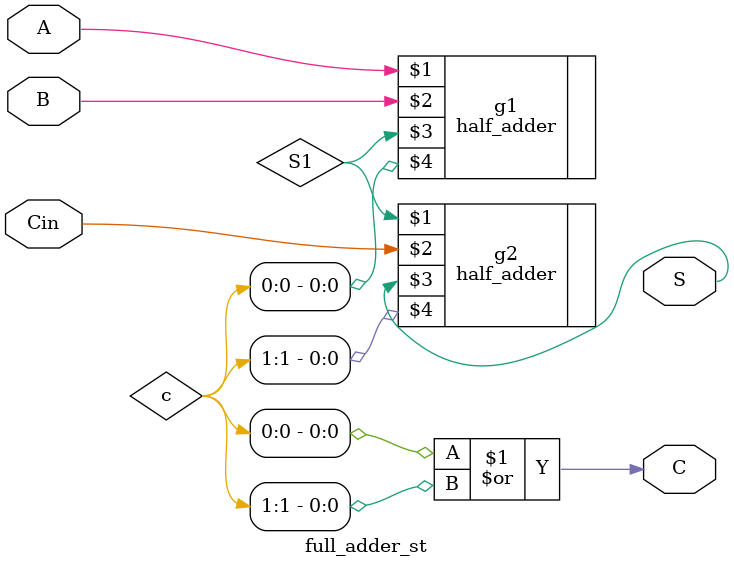
<source format=v>
module full_adder_st(A,B,Cin,S,C);
input A,B,Cin;
output S,C;

wire [1:0] c;
wire S1;

half_adder g1(A,B,S1,c[0]);
half_adder g2(S1,Cin,S,c[1]);
or g3(C,c[0],c[1]);
endmodule
</source>
